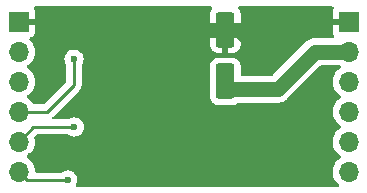
<source format=gbr>
%TF.GenerationSoftware,KiCad,Pcbnew,(6.0.7)*%
%TF.CreationDate,2023-04-08T21:33:57+09:00*%
%TF.ProjectId,motordriver,6d6f746f-7264-4726-9976-65722e6b6963,rev?*%
%TF.SameCoordinates,Original*%
%TF.FileFunction,Copper,L2,Bot*%
%TF.FilePolarity,Positive*%
%FSLAX46Y46*%
G04 Gerber Fmt 4.6, Leading zero omitted, Abs format (unit mm)*
G04 Created by KiCad (PCBNEW (6.0.7)) date 2023-04-08 21:33:57*
%MOMM*%
%LPD*%
G01*
G04 APERTURE LIST*
G04 Aperture macros list*
%AMRoundRect*
0 Rectangle with rounded corners*
0 $1 Rounding radius*
0 $2 $3 $4 $5 $6 $7 $8 $9 X,Y pos of 4 corners*
0 Add a 4 corners polygon primitive as box body*
4,1,4,$2,$3,$4,$5,$6,$7,$8,$9,$2,$3,0*
0 Add four circle primitives for the rounded corners*
1,1,$1+$1,$2,$3*
1,1,$1+$1,$4,$5*
1,1,$1+$1,$6,$7*
1,1,$1+$1,$8,$9*
0 Add four rect primitives between the rounded corners*
20,1,$1+$1,$2,$3,$4,$5,0*
20,1,$1+$1,$4,$5,$6,$7,0*
20,1,$1+$1,$6,$7,$8,$9,0*
20,1,$1+$1,$8,$9,$2,$3,0*%
G04 Aperture macros list end*
%TA.AperFunction,ComponentPad*%
%ADD10O,1.700000X1.700000*%
%TD*%
%TA.AperFunction,ComponentPad*%
%ADD11R,1.700000X1.700000*%
%TD*%
%TA.AperFunction,SMDPad,CuDef*%
%ADD12RoundRect,0.250000X0.550000X-1.250000X0.550000X1.250000X-0.550000X1.250000X-0.550000X-1.250000X0*%
%TD*%
%TA.AperFunction,ViaPad*%
%ADD13C,0.600000*%
%TD*%
%TA.AperFunction,Conductor*%
%ADD14C,0.254000*%
%TD*%
%TA.AperFunction,Conductor*%
%ADD15C,1.270000*%
%TD*%
G04 APERTURE END LIST*
D10*
%TO.P,J2,6,Pin_6*%
%TO.N,RESET*%
X129364500Y-105080400D03*
%TO.P,J2,5,Pin_5*%
%TO.N,PWM_2*%
X129364500Y-102540400D03*
%TO.P,J2,4,Pin_4*%
%TO.N,PWM_1*%
X129364500Y-100000400D03*
%TO.P,J2,3,Pin_3*%
%TO.N,unconnected-(J2-Pad3)*%
X129364500Y-97460400D03*
%TO.P,J2,2,Pin_2*%
%TO.N,+12V*%
X129364500Y-94920400D03*
D11*
%TO.P,J2,1,Pin_1*%
%TO.N,GND*%
X129364500Y-92380400D03*
%TD*%
D10*
%TO.P,J1,6,Pin_6*%
%TO.N,OUT2_2*%
X157304500Y-105080400D03*
%TO.P,J1,5,Pin_5*%
%TO.N,OUT2_1*%
X157304500Y-102540400D03*
%TO.P,J1,4,Pin_4*%
%TO.N,OUT1_2*%
X157304500Y-100000400D03*
%TO.P,J1,3,Pin_3*%
%TO.N,OUT1_1*%
X157304500Y-97460400D03*
%TO.P,J1,2,Pin_2*%
%TO.N,+12V*%
X157304500Y-94920400D03*
D11*
%TO.P,J1,1,Pin_1*%
%TO.N,GND*%
X157304500Y-92380400D03*
%TD*%
D12*
%TO.P,C6,2*%
%TO.N,GND*%
X146839700Y-93050600D03*
%TO.P,C6,1*%
%TO.N,+12V*%
X146839700Y-97450600D03*
%TD*%
D13*
%TO.N,RESET*%
X133516900Y-105791600D03*
%TO.N,GND*%
X145137900Y-105842400D03*
X137365500Y-105994800D03*
X130380500Y-103734200D03*
X143715500Y-91847000D03*
X139930900Y-91720000D03*
X143156700Y-105740800D03*
X135536700Y-91821600D03*
X137763300Y-102955400D03*
X137403600Y-97727100D03*
X132539500Y-96342600D03*
X149121700Y-96092800D03*
X140540500Y-105715400D03*
X149121700Y-101350600D03*
X148744700Y-91821600D03*
X150929100Y-105766200D03*
X155120100Y-91821600D03*
X148058900Y-105969400D03*
%TO.N,PWM_1*%
X134038100Y-95555400D03*
%TO.N,+12V*%
X146915900Y-98095400D03*
X146915900Y-96596800D03*
%TO.N,PWM_2*%
X134063500Y-101295800D03*
%TD*%
D14*
%TO.N,RESET*%
X133516900Y-105791600D02*
X130075700Y-105791600D01*
X130075700Y-105791600D02*
X129364500Y-105080400D01*
D15*
%TO.N,GND*%
X146839700Y-93050600D02*
X144919100Y-93050600D01*
X147992500Y-93050600D02*
X149121700Y-94179800D01*
X144919100Y-93050600D02*
X143715500Y-91847000D01*
X146839700Y-93050600D02*
X147992500Y-93050600D01*
X149121700Y-94179800D02*
X149121700Y-96092800D01*
D14*
%TO.N,PWM_1*%
X134038100Y-95555400D02*
X134038100Y-97714400D01*
X131752100Y-100000400D02*
X129364500Y-100000400D01*
X134038100Y-97714400D02*
X131752100Y-100000400D01*
D15*
%TO.N,+12V*%
X157304500Y-94920400D02*
X154459700Y-94920400D01*
X151284700Y-98095400D02*
X146915900Y-98095400D01*
X154459700Y-94920400D02*
X151284700Y-98095400D01*
D14*
%TO.N,PWM_2*%
X134063500Y-101295800D02*
X130609100Y-101295800D01*
X130609100Y-101295800D02*
X129364500Y-102540400D01*
%TD*%
%TA.AperFunction,Conductor*%
%TO.N,GND*%
G36*
X145696782Y-91105502D02*
G01*
X145743275Y-91159158D01*
X145753379Y-91229432D01*
X145723885Y-91294012D01*
X145717834Y-91300518D01*
X145695961Y-91322429D01*
X145686949Y-91333840D01*
X145601884Y-91471843D01*
X145595737Y-91485024D01*
X145544562Y-91639310D01*
X145541695Y-91652686D01*
X145532028Y-91747038D01*
X145531700Y-91753455D01*
X145531700Y-92778485D01*
X145536175Y-92793724D01*
X145537565Y-92794929D01*
X145545248Y-92796600D01*
X148129584Y-92796600D01*
X148144823Y-92792125D01*
X148146028Y-92790735D01*
X148147699Y-92783052D01*
X148147699Y-91753505D01*
X148147362Y-91746986D01*
X148137443Y-91651394D01*
X148134551Y-91638000D01*
X148083112Y-91483816D01*
X148076939Y-91470638D01*
X147991637Y-91332793D01*
X147982601Y-91321392D01*
X147961846Y-91300673D01*
X147927767Y-91238390D01*
X147932770Y-91167570D01*
X147975267Y-91110697D01*
X148041766Y-91085829D01*
X148050864Y-91085500D01*
X155901790Y-91085500D01*
X155969911Y-91105502D01*
X156016404Y-91159158D01*
X156026508Y-91229432D01*
X156012309Y-91272010D01*
X156001178Y-91292340D01*
X155956022Y-91412794D01*
X155952395Y-91428049D01*
X155946869Y-91478914D01*
X155946500Y-91485728D01*
X155946500Y-92108285D01*
X155950975Y-92123524D01*
X155952365Y-92124729D01*
X155960048Y-92126400D01*
X157432500Y-92126400D01*
X157500621Y-92146402D01*
X157547114Y-92200058D01*
X157558500Y-92252400D01*
X157558500Y-92508400D01*
X157538498Y-92576521D01*
X157484842Y-92623014D01*
X157432500Y-92634400D01*
X155964616Y-92634400D01*
X155949377Y-92638875D01*
X155948172Y-92640265D01*
X155946501Y-92647948D01*
X155946501Y-93275069D01*
X155946871Y-93281890D01*
X155952395Y-93332752D01*
X155956021Y-93348004D01*
X156001176Y-93468454D01*
X156009714Y-93484049D01*
X156078129Y-93575335D01*
X156102977Y-93641842D01*
X156087924Y-93711224D01*
X156037750Y-93761454D01*
X155977303Y-93776900D01*
X154502495Y-93776900D01*
X154494254Y-93776630D01*
X154478333Y-93775587D01*
X154429639Y-93772395D01*
X154378186Y-93778485D01*
X154341792Y-93782792D01*
X154338513Y-93783136D01*
X154256177Y-93790702D01*
X154256176Y-93790702D01*
X154250421Y-93791231D01*
X154244862Y-93792799D01*
X154241288Y-93793461D01*
X154230285Y-93795650D01*
X154226672Y-93796418D01*
X154220935Y-93797097D01*
X154136424Y-93823338D01*
X154133327Y-93824254D01*
X154048151Y-93848277D01*
X154042963Y-93850835D01*
X154039512Y-93852160D01*
X154029134Y-93856301D01*
X154025747Y-93857704D01*
X154020227Y-93859418D01*
X154015113Y-93862109D01*
X154015112Y-93862109D01*
X153941955Y-93900598D01*
X153939019Y-93902095D01*
X153859663Y-93941229D01*
X153855032Y-93944687D01*
X153851829Y-93946650D01*
X153842442Y-93952573D01*
X153839349Y-93954582D01*
X153834237Y-93957271D01*
X153764744Y-94012056D01*
X153762174Y-94014027D01*
X153695899Y-94063516D01*
X153695892Y-94063523D01*
X153691271Y-94066973D01*
X153687357Y-94071207D01*
X153687355Y-94071209D01*
X153635438Y-94127373D01*
X153632008Y-94130939D01*
X150847952Y-96914995D01*
X150785640Y-96949021D01*
X150758857Y-96951900D01*
X148274200Y-96951900D01*
X148206079Y-96931898D01*
X148159586Y-96878242D01*
X148148200Y-96825900D01*
X148148200Y-96150200D01*
X148147863Y-96146950D01*
X148137938Y-96051292D01*
X148137937Y-96051288D01*
X148137226Y-96044434D01*
X148134757Y-96037032D01*
X148083568Y-95883602D01*
X148081250Y-95876654D01*
X147988178Y-95726252D01*
X147863003Y-95601295D01*
X147831764Y-95582039D01*
X147718668Y-95512325D01*
X147718666Y-95512324D01*
X147712438Y-95508485D01*
X147551954Y-95455255D01*
X147551089Y-95454968D01*
X147551087Y-95454968D01*
X147544561Y-95452803D01*
X147537725Y-95452103D01*
X147537722Y-95452102D01*
X147494669Y-95447691D01*
X147440100Y-95442100D01*
X146239300Y-95442100D01*
X146236054Y-95442437D01*
X146236050Y-95442437D01*
X146140392Y-95452362D01*
X146140388Y-95452363D01*
X146133534Y-95453074D01*
X146126998Y-95455255D01*
X146126996Y-95455255D01*
X145994894Y-95499328D01*
X145965754Y-95509050D01*
X145815352Y-95602122D01*
X145690395Y-95727297D01*
X145686555Y-95733527D01*
X145686554Y-95733528D01*
X145667574Y-95764320D01*
X145597585Y-95877862D01*
X145591346Y-95896673D01*
X145553836Y-96009763D01*
X145541903Y-96045739D01*
X145531200Y-96150200D01*
X145531200Y-98751000D01*
X145531537Y-98754246D01*
X145531537Y-98754250D01*
X145540479Y-98840427D01*
X145542174Y-98856766D01*
X145544355Y-98863302D01*
X145544355Y-98863304D01*
X145552137Y-98886629D01*
X145598150Y-99024546D01*
X145691222Y-99174948D01*
X145816397Y-99299905D01*
X145822627Y-99303745D01*
X145822628Y-99303746D01*
X145959790Y-99388294D01*
X145966962Y-99392715D01*
X146046705Y-99419164D01*
X146128311Y-99446232D01*
X146128313Y-99446232D01*
X146134839Y-99448397D01*
X146141675Y-99449097D01*
X146141678Y-99449098D01*
X146184731Y-99453509D01*
X146239300Y-99459100D01*
X147440100Y-99459100D01*
X147443346Y-99458763D01*
X147443350Y-99458763D01*
X147539008Y-99448838D01*
X147539012Y-99448837D01*
X147545866Y-99448126D01*
X147552402Y-99445945D01*
X147552404Y-99445945D01*
X147684506Y-99401872D01*
X147713646Y-99392150D01*
X147864048Y-99299078D01*
X147869217Y-99293900D01*
X147869222Y-99293896D01*
X147887205Y-99275881D01*
X147949488Y-99241803D01*
X147976377Y-99238900D01*
X151241895Y-99238900D01*
X151250136Y-99239170D01*
X151314761Y-99243406D01*
X151402673Y-99233001D01*
X151405886Y-99232664D01*
X151493979Y-99224569D01*
X151499539Y-99223001D01*
X151503112Y-99222339D01*
X151514115Y-99220150D01*
X151517728Y-99219382D01*
X151523465Y-99218703D01*
X151607976Y-99192462D01*
X151611073Y-99191546D01*
X151696249Y-99167523D01*
X151701437Y-99164965D01*
X151704888Y-99163640D01*
X151715266Y-99159499D01*
X151718653Y-99158096D01*
X151724173Y-99156382D01*
X151802446Y-99115201D01*
X151805382Y-99113705D01*
X151884737Y-99074571D01*
X151889368Y-99071113D01*
X151892571Y-99069150D01*
X151901958Y-99063227D01*
X151905051Y-99061218D01*
X151910163Y-99058529D01*
X151979656Y-99003744D01*
X151982226Y-99001773D01*
X152048501Y-98952284D01*
X152048508Y-98952277D01*
X152053129Y-98948827D01*
X152088321Y-98910757D01*
X152108961Y-98888428D01*
X152112391Y-98884862D01*
X154896449Y-96100805D01*
X154958761Y-96066779D01*
X154985544Y-96063900D01*
X156530001Y-96063900D01*
X156598122Y-96083902D01*
X156644615Y-96137558D01*
X156654719Y-96207832D01*
X156625225Y-96272412D01*
X156588183Y-96301662D01*
X156578107Y-96306907D01*
X156573974Y-96310010D01*
X156573971Y-96310012D01*
X156403600Y-96437930D01*
X156399465Y-96441035D01*
X156245129Y-96602538D01*
X156119243Y-96787080D01*
X156025188Y-96989705D01*
X155965489Y-97204970D01*
X155941751Y-97427095D01*
X155942048Y-97432248D01*
X155942048Y-97432251D01*
X155947511Y-97526990D01*
X155954610Y-97650115D01*
X155955747Y-97655161D01*
X155955748Y-97655167D01*
X155963676Y-97690344D01*
X156003722Y-97868039D01*
X156057204Y-97999750D01*
X156083448Y-98064381D01*
X156087766Y-98075016D01*
X156122861Y-98132286D01*
X156176401Y-98219655D01*
X156204487Y-98265488D01*
X156350750Y-98434338D01*
X156522626Y-98577032D01*
X156593095Y-98618211D01*
X156595945Y-98619876D01*
X156644669Y-98671514D01*
X156657740Y-98741297D01*
X156631009Y-98807069D01*
X156590555Y-98840427D01*
X156578107Y-98846907D01*
X156573974Y-98850010D01*
X156573971Y-98850012D01*
X156403600Y-98977930D01*
X156399465Y-98981035D01*
X156245129Y-99142538D01*
X156242215Y-99146810D01*
X156242214Y-99146811D01*
X156157056Y-99271649D01*
X156119243Y-99327080D01*
X156103024Y-99362021D01*
X156063056Y-99448126D01*
X156025188Y-99529705D01*
X155965489Y-99744970D01*
X155941751Y-99967095D01*
X155954610Y-100190115D01*
X155955747Y-100195161D01*
X155955748Y-100195167D01*
X155979804Y-100301908D01*
X156003722Y-100408039D01*
X156047710Y-100516368D01*
X156076245Y-100586642D01*
X156087766Y-100615016D01*
X156099795Y-100634645D01*
X156198917Y-100796398D01*
X156204487Y-100805488D01*
X156350750Y-100974338D01*
X156522626Y-101117032D01*
X156532059Y-101122544D01*
X156595945Y-101159876D01*
X156644669Y-101211514D01*
X156657740Y-101281297D01*
X156631009Y-101347069D01*
X156590555Y-101380427D01*
X156578107Y-101386907D01*
X156573974Y-101390010D01*
X156573971Y-101390012D01*
X156403600Y-101517930D01*
X156399465Y-101521035D01*
X156395893Y-101524773D01*
X156259307Y-101667702D01*
X156245129Y-101682538D01*
X156119243Y-101867080D01*
X156117064Y-101871775D01*
X156040487Y-102036747D01*
X156025188Y-102069705D01*
X155965489Y-102284970D01*
X155941751Y-102507095D01*
X155942048Y-102512248D01*
X155942048Y-102512251D01*
X155947511Y-102606990D01*
X155954610Y-102730115D01*
X155955747Y-102735161D01*
X155955748Y-102735167D01*
X155975619Y-102823339D01*
X156003722Y-102948039D01*
X156087766Y-103155016D01*
X156204487Y-103345488D01*
X156350750Y-103514338D01*
X156522626Y-103657032D01*
X156593095Y-103698211D01*
X156595945Y-103699876D01*
X156644669Y-103751514D01*
X156657740Y-103821297D01*
X156631009Y-103887069D01*
X156590555Y-103920427D01*
X156578107Y-103926907D01*
X156573974Y-103930010D01*
X156573971Y-103930012D01*
X156403600Y-104057930D01*
X156399465Y-104061035D01*
X156245129Y-104222538D01*
X156119243Y-104407080D01*
X156025188Y-104609705D01*
X155965489Y-104824970D01*
X155941751Y-105047095D01*
X155942048Y-105052248D01*
X155942048Y-105052251D01*
X155942444Y-105059112D01*
X155954610Y-105270115D01*
X155955747Y-105275161D01*
X155955748Y-105275167D01*
X155979804Y-105381908D01*
X156003722Y-105488039D01*
X156087766Y-105695016D01*
X156090465Y-105699420D01*
X156160874Y-105814317D01*
X156204487Y-105885488D01*
X156350750Y-106054338D01*
X156354725Y-106057638D01*
X156354728Y-106057641D01*
X156468813Y-106152356D01*
X156508448Y-106211259D01*
X156509946Y-106282239D01*
X156472831Y-106342762D01*
X156408887Y-106373611D01*
X156388328Y-106375300D01*
X134334813Y-106375300D01*
X134266692Y-106355298D01*
X134220199Y-106301642D01*
X134210095Y-106231368D01*
X134229865Y-106179574D01*
X134240543Y-106163502D01*
X134304955Y-105993938D01*
X134330199Y-105814317D01*
X134330516Y-105791600D01*
X134310297Y-105611345D01*
X134269024Y-105492825D01*
X134252964Y-105446706D01*
X134252962Y-105446703D01*
X134250645Y-105440048D01*
X134154526Y-105286224D01*
X134133397Y-105264947D01*
X134031678Y-105162515D01*
X134031674Y-105162512D01*
X134026715Y-105157518D01*
X134015597Y-105150462D01*
X133967438Y-105119900D01*
X133873566Y-105060327D01*
X133817672Y-105040424D01*
X133709325Y-105001843D01*
X133709320Y-105001842D01*
X133702690Y-104999481D01*
X133695702Y-104998648D01*
X133695699Y-104998647D01*
X133572598Y-104983968D01*
X133522580Y-104978004D01*
X133515577Y-104978740D01*
X133515576Y-104978740D01*
X133349188Y-104996228D01*
X133349186Y-104996229D01*
X133342188Y-104996964D01*
X133170479Y-105055418D01*
X133078780Y-105111832D01*
X133037192Y-105137417D01*
X132971170Y-105156100D01*
X130849945Y-105156100D01*
X130781824Y-105136098D01*
X130735331Y-105082442D01*
X130724369Y-105040424D01*
X130721198Y-105001843D01*
X130709352Y-104857761D01*
X130654931Y-104641102D01*
X130565854Y-104436240D01*
X130444514Y-104248677D01*
X130294170Y-104083451D01*
X130290119Y-104080252D01*
X130290115Y-104080248D01*
X130122914Y-103948200D01*
X130122910Y-103948198D01*
X130118859Y-103944998D01*
X130077553Y-103922196D01*
X130027584Y-103871764D01*
X130012812Y-103802321D01*
X130037928Y-103735916D01*
X130065280Y-103709309D01*
X130109103Y-103678050D01*
X130244360Y-103581573D01*
X130402596Y-103423889D01*
X130462094Y-103341089D01*
X130529935Y-103246677D01*
X130532953Y-103242477D01*
X130631930Y-103042211D01*
X130696870Y-102828469D01*
X130726029Y-102606990D01*
X130727656Y-102540400D01*
X130709352Y-102317761D01*
X130681889Y-102208424D01*
X130684694Y-102137483D01*
X130714998Y-102088634D01*
X130835427Y-101968205D01*
X130897739Y-101934179D01*
X130924522Y-101931300D01*
X133520459Y-101931300D01*
X133589452Y-101951868D01*
X133696659Y-102022022D01*
X133703263Y-102024478D01*
X133703265Y-102024479D01*
X133860058Y-102082790D01*
X133860060Y-102082790D01*
X133866668Y-102085248D01*
X133950495Y-102096433D01*
X134039480Y-102108307D01*
X134039484Y-102108307D01*
X134046461Y-102109238D01*
X134053472Y-102108600D01*
X134053476Y-102108600D01*
X134195959Y-102095632D01*
X134227100Y-102092798D01*
X134233802Y-102090620D01*
X134233804Y-102090620D01*
X134392909Y-102038924D01*
X134392912Y-102038923D01*
X134399608Y-102036747D01*
X134555412Y-101943869D01*
X134686766Y-101818782D01*
X134787143Y-101667702D01*
X134851555Y-101498138D01*
X134852535Y-101491166D01*
X134876248Y-101322439D01*
X134876248Y-101322436D01*
X134876799Y-101318517D01*
X134877116Y-101295800D01*
X134856897Y-101115545D01*
X134854580Y-101108891D01*
X134799564Y-100950906D01*
X134799562Y-100950903D01*
X134797245Y-100944248D01*
X134701126Y-100790424D01*
X134696164Y-100785427D01*
X134578278Y-100666715D01*
X134578274Y-100666712D01*
X134573315Y-100661718D01*
X134562197Y-100654662D01*
X134479696Y-100602306D01*
X134420166Y-100564527D01*
X134390963Y-100554128D01*
X134255925Y-100506043D01*
X134255920Y-100506042D01*
X134249290Y-100503681D01*
X134242302Y-100502848D01*
X134242299Y-100502847D01*
X134119198Y-100488168D01*
X134069180Y-100482204D01*
X134062177Y-100482940D01*
X134062176Y-100482940D01*
X133895788Y-100500428D01*
X133895786Y-100500429D01*
X133888788Y-100501164D01*
X133717079Y-100559618D01*
X133670508Y-100588269D01*
X133583792Y-100641617D01*
X133517770Y-100660300D01*
X132298722Y-100660300D01*
X132230601Y-100640298D01*
X132184108Y-100586642D01*
X132174004Y-100516368D01*
X132201637Y-100453986D01*
X132218877Y-100433146D01*
X132226867Y-100424365D01*
X134431577Y-98219655D01*
X134439903Y-98212078D01*
X134446403Y-98207953D01*
X134493201Y-98158118D01*
X134495955Y-98155277D01*
X134515738Y-98135494D01*
X134518229Y-98132283D01*
X134525938Y-98123256D01*
X134550889Y-98096686D01*
X134556317Y-98090906D01*
X134562631Y-98079420D01*
X134566122Y-98073071D01*
X134576976Y-98056547D01*
X134584591Y-98046730D01*
X134584592Y-98046729D01*
X134589449Y-98040467D01*
X134607069Y-97999750D01*
X134612292Y-97989089D01*
X134629849Y-97957153D01*
X134629851Y-97957148D01*
X134633669Y-97950203D01*
X134635639Y-97942529D01*
X134635642Y-97942522D01*
X134638732Y-97930487D01*
X134645136Y-97911782D01*
X134650067Y-97900387D01*
X134653217Y-97893108D01*
X134660160Y-97849273D01*
X134662567Y-97837651D01*
X134673600Y-97794682D01*
X134673600Y-97774335D01*
X134675151Y-97754624D01*
X134677095Y-97742350D01*
X134678335Y-97734521D01*
X134674159Y-97690344D01*
X134673600Y-97678486D01*
X134673600Y-96098009D01*
X134694652Y-96028282D01*
X134706956Y-96009763D01*
X134761743Y-95927302D01*
X134826155Y-95757738D01*
X134827135Y-95750766D01*
X134850848Y-95582039D01*
X134850848Y-95582036D01*
X134851399Y-95578117D01*
X134851716Y-95555400D01*
X134831497Y-95375145D01*
X134829180Y-95368491D01*
X134774164Y-95210506D01*
X134774162Y-95210503D01*
X134771845Y-95203848D01*
X134675726Y-95050024D01*
X134666935Y-95041171D01*
X134552878Y-94926315D01*
X134552874Y-94926312D01*
X134547915Y-94921318D01*
X134541184Y-94917046D01*
X134488638Y-94883700D01*
X134394766Y-94824127D01*
X134365563Y-94813728D01*
X134230525Y-94765643D01*
X134230520Y-94765642D01*
X134223890Y-94763281D01*
X134216902Y-94762448D01*
X134216899Y-94762447D01*
X134093798Y-94747768D01*
X134043780Y-94741804D01*
X134036777Y-94742540D01*
X134036776Y-94742540D01*
X133870388Y-94760028D01*
X133870386Y-94760029D01*
X133863388Y-94760764D01*
X133691679Y-94819218D01*
X133685675Y-94822912D01*
X133543195Y-94910566D01*
X133543192Y-94910568D01*
X133537188Y-94914262D01*
X133532153Y-94919193D01*
X133532150Y-94919195D01*
X133455750Y-94994012D01*
X133407593Y-95041171D01*
X133309335Y-95193638D01*
X133306926Y-95200258D01*
X133306924Y-95200261D01*
X133249706Y-95357466D01*
X133247297Y-95364085D01*
X133224563Y-95544040D01*
X133242263Y-95724560D01*
X133299518Y-95896673D01*
X133303165Y-95902695D01*
X133303166Y-95902697D01*
X133384376Y-96036791D01*
X133402600Y-96102062D01*
X133402600Y-97398977D01*
X133382598Y-97467098D01*
X133365695Y-97488072D01*
X131525772Y-99327995D01*
X131463460Y-99362021D01*
X131436677Y-99364900D01*
X130640011Y-99364900D01*
X130571890Y-99344898D01*
X130534219Y-99307340D01*
X130447322Y-99173017D01*
X130447320Y-99173014D01*
X130444514Y-99168677D01*
X130294170Y-99003451D01*
X130290119Y-99000252D01*
X130290115Y-99000248D01*
X130122914Y-98868200D01*
X130122910Y-98868198D01*
X130118859Y-98864998D01*
X130077553Y-98842196D01*
X130027584Y-98791764D01*
X130012812Y-98722321D01*
X130037928Y-98655916D01*
X130065280Y-98629309D01*
X130109103Y-98598050D01*
X130244360Y-98501573D01*
X130402596Y-98343889D01*
X130462094Y-98261089D01*
X130529935Y-98166677D01*
X130532953Y-98162477D01*
X130536512Y-98155277D01*
X130629636Y-97966853D01*
X130629637Y-97966851D01*
X130631930Y-97962211D01*
X130696870Y-97748469D01*
X130726029Y-97526990D01*
X130726980Y-97488072D01*
X130727574Y-97463765D01*
X130727574Y-97463761D01*
X130727656Y-97460400D01*
X130709352Y-97237761D01*
X130654931Y-97021102D01*
X130565854Y-96816240D01*
X130444514Y-96628677D01*
X130294170Y-96463451D01*
X130290119Y-96460252D01*
X130290115Y-96460248D01*
X130122914Y-96328200D01*
X130122910Y-96328198D01*
X130118859Y-96324998D01*
X130077553Y-96302196D01*
X130027584Y-96251764D01*
X130012812Y-96182321D01*
X130037928Y-96115916D01*
X130065280Y-96089309D01*
X130138570Y-96037032D01*
X130244360Y-95961573D01*
X130272860Y-95933173D01*
X130398935Y-95807537D01*
X130402596Y-95803889D01*
X130454797Y-95731244D01*
X130529935Y-95626677D01*
X130532953Y-95622477D01*
X130566105Y-95555400D01*
X130629636Y-95426853D01*
X130629637Y-95426851D01*
X130631930Y-95422211D01*
X130696870Y-95208469D01*
X130726029Y-94986990D01*
X130726111Y-94983640D01*
X130727574Y-94923765D01*
X130727574Y-94923761D01*
X130727656Y-94920400D01*
X130709352Y-94697761D01*
X130654931Y-94481102D01*
X130596924Y-94347695D01*
X145531701Y-94347695D01*
X145532038Y-94354214D01*
X145541957Y-94449806D01*
X145544849Y-94463200D01*
X145596288Y-94617384D01*
X145602461Y-94630562D01*
X145687763Y-94768407D01*
X145696799Y-94779808D01*
X145811529Y-94894339D01*
X145822940Y-94903351D01*
X145960943Y-94988416D01*
X145974124Y-94994563D01*
X146128410Y-95045738D01*
X146141786Y-95048605D01*
X146236138Y-95058272D01*
X146242554Y-95058600D01*
X146567585Y-95058600D01*
X146582824Y-95054125D01*
X146584029Y-95052735D01*
X146585700Y-95045052D01*
X146585700Y-95040484D01*
X147093700Y-95040484D01*
X147098175Y-95055723D01*
X147099565Y-95056928D01*
X147107248Y-95058599D01*
X147436795Y-95058599D01*
X147443314Y-95058262D01*
X147538906Y-95048343D01*
X147552300Y-95045451D01*
X147706484Y-94994012D01*
X147719662Y-94987839D01*
X147857507Y-94902537D01*
X147868908Y-94893501D01*
X147983439Y-94778771D01*
X147992451Y-94767360D01*
X148077516Y-94629357D01*
X148083663Y-94616176D01*
X148134838Y-94461890D01*
X148137705Y-94448514D01*
X148147372Y-94354162D01*
X148147700Y-94347746D01*
X148147700Y-93322715D01*
X148143225Y-93307476D01*
X148141835Y-93306271D01*
X148134152Y-93304600D01*
X147111815Y-93304600D01*
X147096576Y-93309075D01*
X147095371Y-93310465D01*
X147093700Y-93318148D01*
X147093700Y-95040484D01*
X146585700Y-95040484D01*
X146585700Y-93322715D01*
X146581225Y-93307476D01*
X146579835Y-93306271D01*
X146572152Y-93304600D01*
X145549816Y-93304600D01*
X145534577Y-93309075D01*
X145533372Y-93310465D01*
X145531701Y-93318148D01*
X145531701Y-94347695D01*
X130596924Y-94347695D01*
X130565854Y-94276240D01*
X130471855Y-94130939D01*
X130447322Y-94093017D01*
X130447320Y-94093014D01*
X130444514Y-94088677D01*
X130441040Y-94084859D01*
X130441033Y-94084850D01*
X130296935Y-93926488D01*
X130265883Y-93862642D01*
X130274279Y-93792144D01*
X130319456Y-93737376D01*
X130345900Y-93723707D01*
X130452552Y-93683725D01*
X130468149Y-93675186D01*
X130570224Y-93598685D01*
X130582785Y-93586124D01*
X130659286Y-93484049D01*
X130667824Y-93468454D01*
X130712978Y-93348006D01*
X130716605Y-93332751D01*
X130722131Y-93281886D01*
X130722500Y-93275072D01*
X130722500Y-92652515D01*
X130718025Y-92637276D01*
X130716635Y-92636071D01*
X130708952Y-92634400D01*
X129236500Y-92634400D01*
X129168379Y-92614398D01*
X129121886Y-92560742D01*
X129110500Y-92508400D01*
X129110500Y-92252400D01*
X129130502Y-92184279D01*
X129184158Y-92137786D01*
X129236500Y-92126400D01*
X130704384Y-92126400D01*
X130719623Y-92121925D01*
X130720828Y-92120535D01*
X130722499Y-92112852D01*
X130722499Y-91485731D01*
X130722129Y-91478910D01*
X130716605Y-91428048D01*
X130712979Y-91412796D01*
X130667822Y-91292340D01*
X130656691Y-91272010D01*
X130641521Y-91202653D01*
X130666257Y-91136105D01*
X130723045Y-91093494D01*
X130767210Y-91085500D01*
X145628661Y-91085500D01*
X145696782Y-91105502D01*
G37*
%TD.AperFunction*%
%TD*%
M02*

</source>
